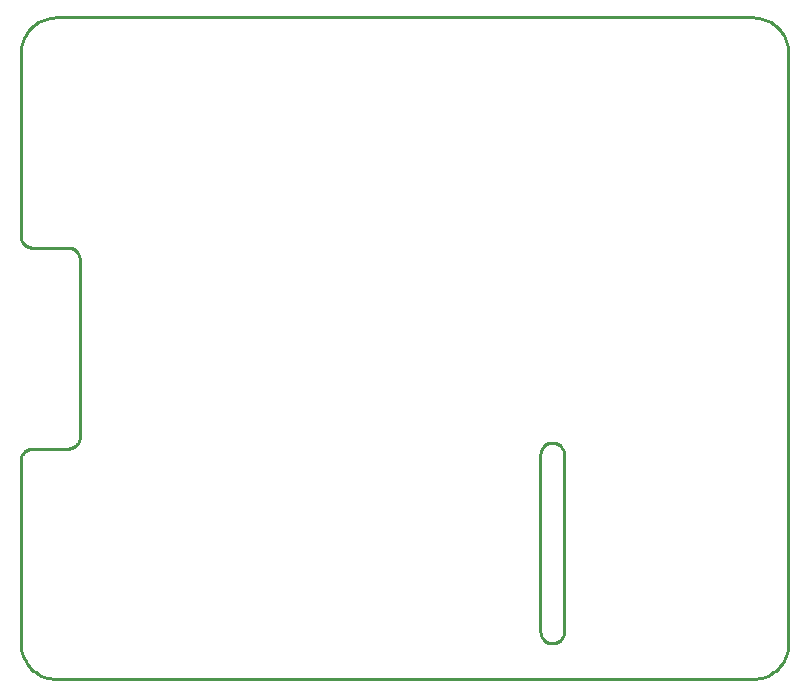
<source format=gbr>
G04 EAGLE Gerber RS-274X export*
G75*
%MOMM*%
%FSLAX34Y34*%
%LPD*%
%IN*%
%IPPOS*%
%AMOC8*
5,1,8,0,0,1.08239X$1,22.5*%
G01*
%ADD10C,0.254000*%


D10*
X0Y30000D02*
X114Y27385D01*
X456Y24791D01*
X1022Y22235D01*
X1809Y19739D01*
X2811Y17321D01*
X4019Y15000D01*
X5425Y12793D01*
X7019Y10716D01*
X8787Y8787D01*
X10716Y7019D01*
X12793Y5425D01*
X15000Y4019D01*
X17321Y2811D01*
X19739Y1809D01*
X22235Y1022D01*
X24791Y456D01*
X27385Y114D01*
X30000Y0D01*
X620000Y0D01*
X622615Y114D01*
X625209Y456D01*
X627765Y1022D01*
X630261Y1809D01*
X632679Y2811D01*
X635000Y4019D01*
X637207Y5425D01*
X639284Y7019D01*
X641213Y8787D01*
X642981Y10716D01*
X644575Y12793D01*
X645981Y15000D01*
X647189Y17321D01*
X648191Y19739D01*
X648978Y22235D01*
X649544Y24791D01*
X649886Y27385D01*
X650000Y30000D01*
X650000Y530000D01*
X649886Y532615D01*
X649544Y535209D01*
X648978Y537765D01*
X648191Y540261D01*
X647189Y542679D01*
X645981Y545000D01*
X644575Y547207D01*
X642981Y549284D01*
X641213Y551213D01*
X639284Y552981D01*
X637207Y554575D01*
X635000Y555981D01*
X632679Y557189D01*
X630261Y558191D01*
X627765Y558978D01*
X625209Y559544D01*
X622615Y559886D01*
X620000Y560000D01*
X30000Y560000D01*
X27385Y559886D01*
X24791Y559544D01*
X22235Y558978D01*
X19739Y558191D01*
X17321Y557189D01*
X15000Y555981D01*
X12793Y554575D01*
X10716Y552981D01*
X8787Y551213D01*
X7019Y549284D01*
X5425Y547207D01*
X4019Y545000D01*
X2811Y542679D01*
X1809Y540261D01*
X1022Y537765D01*
X456Y535209D01*
X114Y532615D01*
X0Y530000D01*
X0Y375000D01*
X38Y374128D01*
X152Y373264D01*
X341Y372412D01*
X603Y371580D01*
X937Y370774D01*
X1340Y370000D01*
X1808Y369264D01*
X2340Y368572D01*
X2929Y367929D01*
X3572Y367340D01*
X4264Y366808D01*
X5000Y366340D01*
X5774Y365937D01*
X6580Y365603D01*
X7412Y365341D01*
X8264Y365152D01*
X9128Y365038D01*
X10000Y365000D01*
X40000Y365000D01*
X40872Y364962D01*
X41736Y364848D01*
X42588Y364659D01*
X43420Y364397D01*
X44226Y364063D01*
X45000Y363660D01*
X45736Y363192D01*
X46428Y362660D01*
X47071Y362071D01*
X47660Y361428D01*
X48192Y360736D01*
X48660Y360000D01*
X49063Y359226D01*
X49397Y358420D01*
X49659Y357588D01*
X49848Y356736D01*
X49962Y355872D01*
X50000Y355000D01*
X50000Y205000D01*
X49962Y204128D01*
X49848Y203264D01*
X49659Y202412D01*
X49397Y201580D01*
X49063Y200774D01*
X48660Y200000D01*
X48192Y199264D01*
X47660Y198572D01*
X47071Y197929D01*
X46428Y197340D01*
X45736Y196808D01*
X45000Y196340D01*
X44226Y195937D01*
X43420Y195603D01*
X42588Y195341D01*
X41736Y195152D01*
X40872Y195038D01*
X40000Y195000D01*
X10000Y195000D01*
X9128Y194962D01*
X8264Y194848D01*
X7412Y194659D01*
X6580Y194397D01*
X5774Y194063D01*
X5000Y193660D01*
X4264Y193192D01*
X3572Y192660D01*
X2929Y192071D01*
X2340Y191428D01*
X1808Y190736D01*
X1340Y190000D01*
X937Y189226D01*
X603Y188420D01*
X341Y187588D01*
X152Y186736D01*
X38Y185872D01*
X0Y185000D01*
X0Y30000D01*
X440000Y40000D02*
X440038Y39128D01*
X440152Y38264D01*
X440341Y37412D01*
X440603Y36580D01*
X440937Y35774D01*
X441340Y35000D01*
X441808Y34264D01*
X442340Y33572D01*
X442929Y32929D01*
X443572Y32340D01*
X444264Y31808D01*
X445000Y31340D01*
X445774Y30937D01*
X446580Y30603D01*
X447412Y30341D01*
X448264Y30152D01*
X449128Y30038D01*
X450000Y30000D01*
X450872Y30038D01*
X451736Y30152D01*
X452588Y30341D01*
X453420Y30603D01*
X454226Y30937D01*
X455000Y31340D01*
X455736Y31808D01*
X456428Y32340D01*
X457071Y32929D01*
X457660Y33572D01*
X458192Y34264D01*
X458660Y35000D01*
X459063Y35774D01*
X459397Y36580D01*
X459659Y37412D01*
X459848Y38264D01*
X459962Y39128D01*
X460000Y40000D01*
X460000Y190000D01*
X459962Y190872D01*
X459848Y191736D01*
X459659Y192588D01*
X459397Y193420D01*
X459063Y194226D01*
X458660Y195000D01*
X458192Y195736D01*
X457660Y196428D01*
X457071Y197071D01*
X456428Y197660D01*
X455736Y198192D01*
X455000Y198660D01*
X454226Y199063D01*
X453420Y199397D01*
X452588Y199659D01*
X451736Y199848D01*
X450872Y199962D01*
X450000Y200000D01*
X449128Y199962D01*
X448264Y199848D01*
X447412Y199659D01*
X446580Y199397D01*
X445774Y199063D01*
X445000Y198660D01*
X444264Y198192D01*
X443572Y197660D01*
X442929Y197071D01*
X442340Y196428D01*
X441808Y195736D01*
X441340Y195000D01*
X440937Y194226D01*
X440603Y193420D01*
X440341Y192588D01*
X440152Y191736D01*
X440038Y190872D01*
X440000Y190000D01*
X440000Y40000D01*
M02*

</source>
